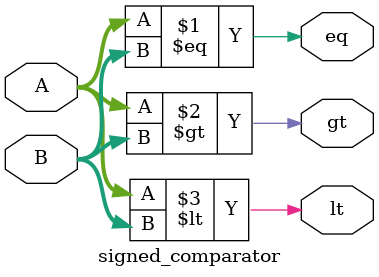
<source format=v>

module top_module (
    input signed [3:0] A,
    input signed [3:0] B,
    output signed [3:0] out,
    output eq,
    output gt,
    output lt,
    output overflow
);

    wire signed [3:0] sum;
    wire overflow_adder;
    signed_comparator comp(A, B, eq, gt, lt);
    signed_adder adder(A, B, sum, overflow_adder);

    assign overflow = overflow_adder;

    assign out = (eq) ? sum : (gt) ? A : B;

endmodule

module signed_adder (
    input signed [3:0] A,
    input signed [3:0] B,
    output signed [3:0] out,
    output overflow
);

    wire [3:0] sum;
    wire carry;

    assign overflow = (A[3] == B[3] && sum[3] != A[3]) ? 1 : 0;

    assign {carry, sum} = A + B;

    assign out = {overflow, sum};

endmodule

module signed_comparator (
    input signed [3:0] A,
    input signed [3:0] B,
    output eq,
    output gt,
    output lt
);

    assign eq = (A == B);

    assign gt = (A > B);

    assign lt = (A < B);

endmodule

</source>
